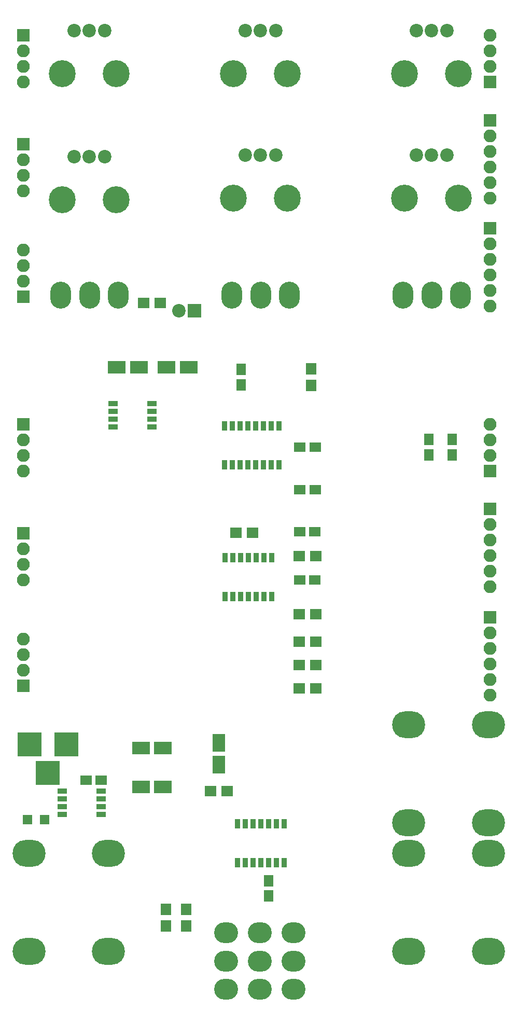
<source format=gbr>
G04 #@! TF.FileFunction,Soldermask,Top*
%FSLAX46Y46*%
G04 Gerber Fmt 4.6, Leading zero omitted, Abs format (unit mm)*
G04 Created by KiCad (PCBNEW 4.0.7) date Sunday, 08 April 2018 'PMt' 12:22:29*
%MOMM*%
%LPD*%
G01*
G04 APERTURE LIST*
%ADD10C,0.100000*%
%ADD11R,3.000000X2.000000*%
%ADD12R,1.900000X1.650000*%
%ADD13R,1.650000X1.900000*%
%ADD14C,2.200000*%
%ADD15C,4.400000*%
%ADD16R,1.500000X1.500000*%
%ADD17R,2.200000X2.200000*%
%ADD18R,2.100000X2.100000*%
%ADD19O,2.100000X2.100000*%
%ADD20O,5.400000X4.400000*%
%ADD21R,3.900000X3.900000*%
%ADD22R,1.900000X1.700000*%
%ADD23R,1.700000X1.900000*%
%ADD24O,3.900000X3.400000*%
%ADD25O,3.400000X4.400000*%
%ADD26R,1.543000X0.908000*%
%ADD27R,0.908000X1.543000*%
%ADD28R,2.000000X3.000000*%
G04 APERTURE END LIST*
D10*
D11*
X83715000Y-173609000D03*
X80115000Y-173609000D03*
X79778000Y-111442500D03*
X76178000Y-111442500D03*
X80115000Y-179959000D03*
X83715000Y-179959000D03*
X87906000Y-111442500D03*
X84306000Y-111442500D03*
D12*
X108545000Y-146177000D03*
X106045000Y-146177000D03*
D13*
X100965000Y-197719000D03*
X100965000Y-195219000D03*
X127127000Y-123210000D03*
X127127000Y-125710000D03*
X130937000Y-123210000D03*
X130937000Y-125710000D03*
D12*
X108565000Y-124460000D03*
X106065000Y-124460000D03*
D13*
X96520000Y-111780000D03*
X96520000Y-114280000D03*
D12*
X106065000Y-131445000D03*
X108565000Y-131445000D03*
D14*
X102155000Y-56515000D03*
X99655000Y-56515000D03*
X97155000Y-56515000D03*
D15*
X104055000Y-63515000D03*
X95255000Y-63515000D03*
D16*
X64392000Y-185293000D03*
X61592000Y-185293000D03*
D17*
X88900000Y-102235000D03*
D14*
X86360000Y-102235000D03*
X130095000Y-56515000D03*
X127595000Y-56515000D03*
X125095000Y-56515000D03*
D15*
X131995000Y-63515000D03*
X123195000Y-63515000D03*
D14*
X102150000Y-76820000D03*
X99650000Y-76820000D03*
X97150000Y-76820000D03*
D15*
X104050000Y-83820000D03*
X95250000Y-83820000D03*
D18*
X60960000Y-57277000D03*
D19*
X60960000Y-59817000D03*
X60960000Y-62357000D03*
X60960000Y-64897000D03*
D18*
X137160000Y-88773000D03*
D19*
X137160000Y-91313000D03*
X137160000Y-93853000D03*
X137160000Y-96393000D03*
X137160000Y-98933000D03*
X137160000Y-101473000D03*
D18*
X60960000Y-75057000D03*
D19*
X60960000Y-77597000D03*
X60960000Y-80137000D03*
X60960000Y-82677000D03*
D18*
X137160000Y-64897000D03*
D19*
X137160000Y-62357000D03*
X137160000Y-59817000D03*
X137160000Y-57277000D03*
D18*
X137160000Y-71120000D03*
D19*
X137160000Y-73660000D03*
X137160000Y-76200000D03*
X137160000Y-78740000D03*
X137160000Y-81280000D03*
X137160000Y-83820000D03*
D20*
X123865500Y-185736500D03*
X123865500Y-169736500D03*
X136865500Y-169736500D03*
X136842500Y-185736500D03*
X123865500Y-206755000D03*
X123865500Y-190755000D03*
X136865500Y-190755000D03*
X136842500Y-206755000D03*
D18*
X60960000Y-120777000D03*
D19*
X60960000Y-123317000D03*
X60960000Y-125857000D03*
X60960000Y-128397000D03*
D18*
X137160000Y-134556500D03*
D19*
X137160000Y-137096500D03*
X137160000Y-139636500D03*
X137160000Y-142176500D03*
X137160000Y-144716500D03*
X137160000Y-147256500D03*
D18*
X60960000Y-138557000D03*
D19*
X60960000Y-141097000D03*
X60960000Y-143637000D03*
X60960000Y-146177000D03*
D18*
X137160000Y-128333500D03*
D19*
X137160000Y-125793500D03*
X137160000Y-123253500D03*
X137160000Y-120713500D03*
D18*
X137160000Y-152209500D03*
D19*
X137160000Y-154749500D03*
X137160000Y-157289500D03*
X137160000Y-159829500D03*
X137160000Y-162369500D03*
X137160000Y-164909500D03*
D20*
X74826000Y-190755000D03*
X74826000Y-206755000D03*
X61826000Y-206755000D03*
X61849000Y-190755000D03*
D21*
X67945000Y-172974000D03*
X61945000Y-172974000D03*
X64945000Y-177674000D03*
D14*
X130090000Y-76820000D03*
X127590000Y-76820000D03*
X125090000Y-76820000D03*
D15*
X131990000Y-83820000D03*
X123190000Y-83820000D03*
D22*
X94187000Y-180594000D03*
X91487000Y-180594000D03*
D23*
X84201000Y-199945000D03*
X84201000Y-202645000D03*
X87503000Y-199945000D03*
X87503000Y-202645000D03*
D22*
X98378000Y-138430000D03*
X95678000Y-138430000D03*
X105965000Y-160020000D03*
X108665000Y-160020000D03*
X108665000Y-163830000D03*
X105965000Y-163830000D03*
X105965000Y-156210000D03*
X108665000Y-156210000D03*
D14*
X74215000Y-56515000D03*
X71715000Y-56515000D03*
X69215000Y-56515000D03*
D15*
X76115000Y-63515000D03*
X67315000Y-63515000D03*
D24*
X105068000Y-212943500D03*
X99568000Y-212943500D03*
X94068000Y-212943500D03*
X105068000Y-208343500D03*
X99568000Y-208343500D03*
X94068000Y-208343500D03*
X105068000Y-203743500D03*
X99568000Y-203743500D03*
X94068000Y-203743500D03*
D25*
X127635000Y-99695000D03*
X132335000Y-99695000D03*
X122935000Y-99695000D03*
X71755000Y-99695000D03*
X76455000Y-99695000D03*
X67055000Y-99695000D03*
X99695000Y-99695000D03*
X104395000Y-99695000D03*
X94995000Y-99695000D03*
D14*
X74210000Y-77089000D03*
X71710000Y-77089000D03*
X69210000Y-77089000D03*
D15*
X76110000Y-84089000D03*
X67310000Y-84089000D03*
D26*
X73660000Y-180594000D03*
X73660000Y-181864000D03*
X73660000Y-183134000D03*
X73660000Y-184404000D03*
X67310000Y-184404000D03*
X67310000Y-183134000D03*
X67310000Y-181864000D03*
X67310000Y-180594000D03*
X75565000Y-121158000D03*
X75565000Y-119888000D03*
X75565000Y-118618000D03*
X75565000Y-117348000D03*
X81915000Y-117348000D03*
X81915000Y-118618000D03*
X81915000Y-119888000D03*
X81915000Y-121158000D03*
D27*
X93789500Y-120967500D03*
X96329500Y-120967500D03*
X97599500Y-120967500D03*
X98869500Y-120967500D03*
X100139500Y-120967500D03*
X101409500Y-120967500D03*
X102679500Y-120967500D03*
X102679500Y-127317500D03*
X101409500Y-127317500D03*
X100139500Y-127317500D03*
X98869500Y-127317500D03*
X97599500Y-127317500D03*
X96329500Y-127317500D03*
X95059500Y-127317500D03*
X93789500Y-127317500D03*
X95059500Y-120967500D03*
D12*
X71140000Y-178816000D03*
X73640000Y-178816000D03*
D18*
X60960000Y-99949000D03*
D19*
X60960000Y-97409000D03*
X60960000Y-94869000D03*
X60960000Y-92329000D03*
D18*
X60960000Y-163449000D03*
D19*
X60960000Y-160909000D03*
X60960000Y-158369000D03*
X60960000Y-155829000D03*
D22*
X83265000Y-100965000D03*
X80565000Y-100965000D03*
D28*
X92837000Y-172698000D03*
X92837000Y-176298000D03*
D12*
X108545000Y-138303000D03*
X106045000Y-138303000D03*
D22*
X108665000Y-151765000D03*
X105965000Y-151765000D03*
X105965000Y-142240000D03*
X108665000Y-142240000D03*
D23*
X107950000Y-111680000D03*
X107950000Y-114380000D03*
D27*
X103505000Y-185928000D03*
X102235000Y-185928000D03*
X100965000Y-185928000D03*
X99695000Y-185928000D03*
X98425000Y-185928000D03*
X97155000Y-185928000D03*
X95885000Y-185928000D03*
X95885000Y-192278000D03*
X97155000Y-192278000D03*
X99695000Y-192278000D03*
X100965000Y-192278000D03*
X102235000Y-192278000D03*
X103505000Y-192278000D03*
X98425000Y-192278000D03*
X93853000Y-148844000D03*
X95123000Y-148844000D03*
X96393000Y-148844000D03*
X97663000Y-148844000D03*
X98933000Y-148844000D03*
X100203000Y-148844000D03*
X101473000Y-148844000D03*
X101473000Y-142494000D03*
X100203000Y-142494000D03*
X97663000Y-142494000D03*
X96393000Y-142494000D03*
X95123000Y-142494000D03*
X93853000Y-142494000D03*
X98933000Y-142494000D03*
M02*

</source>
